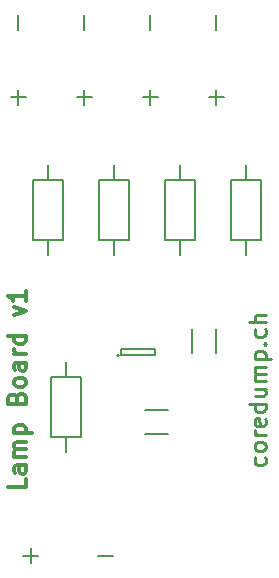
<source format=gto>
G04 #@! TF.FileFunction,Legend,Top*
%FSLAX46Y46*%
G04 Gerber Fmt 4.6, Leading zero omitted, Abs format (unit mm)*
G04 Created by KiCad (PCBNEW 4.0.2-stable) date Tue 26 Jul 2016 12:19:11 AM CEST*
%MOMM*%
G01*
G04 APERTURE LIST*
%ADD10C,0.100000*%
%ADD11C,0.250000*%
%ADD12C,0.300000*%
%ADD13C,0.150000*%
G04 APERTURE END LIST*
D10*
D11*
X175826667Y-130193335D02*
X175893333Y-130326668D01*
X175893333Y-130593335D01*
X175826667Y-130726668D01*
X175760000Y-130793335D01*
X175626667Y-130860001D01*
X175226667Y-130860001D01*
X175093333Y-130793335D01*
X175026667Y-130726668D01*
X174960000Y-130593335D01*
X174960000Y-130326668D01*
X175026667Y-130193335D01*
X175893333Y-129393335D02*
X175826667Y-129526668D01*
X175760000Y-129593335D01*
X175626667Y-129660001D01*
X175226667Y-129660001D01*
X175093333Y-129593335D01*
X175026667Y-129526668D01*
X174960000Y-129393335D01*
X174960000Y-129193335D01*
X175026667Y-129060001D01*
X175093333Y-128993335D01*
X175226667Y-128926668D01*
X175626667Y-128926668D01*
X175760000Y-128993335D01*
X175826667Y-129060001D01*
X175893333Y-129193335D01*
X175893333Y-129393335D01*
X175893333Y-128326668D02*
X174960000Y-128326668D01*
X175226667Y-128326668D02*
X175093333Y-128260001D01*
X175026667Y-128193334D01*
X174960000Y-128060001D01*
X174960000Y-127926668D01*
X175826667Y-126926667D02*
X175893333Y-127060001D01*
X175893333Y-127326667D01*
X175826667Y-127460001D01*
X175693333Y-127526667D01*
X175160000Y-127526667D01*
X175026667Y-127460001D01*
X174960000Y-127326667D01*
X174960000Y-127060001D01*
X175026667Y-126926667D01*
X175160000Y-126860001D01*
X175293333Y-126860001D01*
X175426667Y-127526667D01*
X175893333Y-125660001D02*
X174493333Y-125660001D01*
X175826667Y-125660001D02*
X175893333Y-125793334D01*
X175893333Y-126060001D01*
X175826667Y-126193334D01*
X175760000Y-126260001D01*
X175626667Y-126326667D01*
X175226667Y-126326667D01*
X175093333Y-126260001D01*
X175026667Y-126193334D01*
X174960000Y-126060001D01*
X174960000Y-125793334D01*
X175026667Y-125660001D01*
X174960000Y-124393334D02*
X175893333Y-124393334D01*
X174960000Y-124993334D02*
X175693333Y-124993334D01*
X175826667Y-124926667D01*
X175893333Y-124793334D01*
X175893333Y-124593334D01*
X175826667Y-124460000D01*
X175760000Y-124393334D01*
X175893333Y-123726667D02*
X174960000Y-123726667D01*
X175093333Y-123726667D02*
X175026667Y-123660000D01*
X174960000Y-123526667D01*
X174960000Y-123326667D01*
X175026667Y-123193333D01*
X175160000Y-123126667D01*
X175893333Y-123126667D01*
X175160000Y-123126667D02*
X175026667Y-123060000D01*
X174960000Y-122926667D01*
X174960000Y-122726667D01*
X175026667Y-122593333D01*
X175160000Y-122526667D01*
X175893333Y-122526667D01*
X174960000Y-121860000D02*
X176360000Y-121860000D01*
X175026667Y-121860000D02*
X174960000Y-121726666D01*
X174960000Y-121460000D01*
X175026667Y-121326666D01*
X175093333Y-121260000D01*
X175226667Y-121193333D01*
X175626667Y-121193333D01*
X175760000Y-121260000D01*
X175826667Y-121326666D01*
X175893333Y-121460000D01*
X175893333Y-121726666D01*
X175826667Y-121860000D01*
X175760000Y-120593333D02*
X175826667Y-120526666D01*
X175893333Y-120593333D01*
X175826667Y-120659999D01*
X175760000Y-120593333D01*
X175893333Y-120593333D01*
X175826667Y-119326666D02*
X175893333Y-119459999D01*
X175893333Y-119726666D01*
X175826667Y-119859999D01*
X175760000Y-119926666D01*
X175626667Y-119993332D01*
X175226667Y-119993332D01*
X175093333Y-119926666D01*
X175026667Y-119859999D01*
X174960000Y-119726666D01*
X174960000Y-119459999D01*
X175026667Y-119326666D01*
X175893333Y-118726666D02*
X174493333Y-118726666D01*
X175893333Y-118126666D02*
X175160000Y-118126666D01*
X175026667Y-118193332D01*
X174960000Y-118326666D01*
X174960000Y-118526666D01*
X175026667Y-118659999D01*
X175093333Y-118726666D01*
D12*
X155618571Y-132031428D02*
X155618571Y-132745714D01*
X154118571Y-132745714D01*
X155618571Y-130888571D02*
X154832857Y-130888571D01*
X154690000Y-130960000D01*
X154618571Y-131102857D01*
X154618571Y-131388571D01*
X154690000Y-131531428D01*
X155547143Y-130888571D02*
X155618571Y-131031428D01*
X155618571Y-131388571D01*
X155547143Y-131531428D01*
X155404286Y-131602857D01*
X155261429Y-131602857D01*
X155118571Y-131531428D01*
X155047143Y-131388571D01*
X155047143Y-131031428D01*
X154975714Y-130888571D01*
X155618571Y-130174285D02*
X154618571Y-130174285D01*
X154761429Y-130174285D02*
X154690000Y-130102857D01*
X154618571Y-129959999D01*
X154618571Y-129745714D01*
X154690000Y-129602857D01*
X154832857Y-129531428D01*
X155618571Y-129531428D01*
X154832857Y-129531428D02*
X154690000Y-129459999D01*
X154618571Y-129317142D01*
X154618571Y-129102857D01*
X154690000Y-128959999D01*
X154832857Y-128888571D01*
X155618571Y-128888571D01*
X154618571Y-128174285D02*
X156118571Y-128174285D01*
X154690000Y-128174285D02*
X154618571Y-128031428D01*
X154618571Y-127745714D01*
X154690000Y-127602857D01*
X154761429Y-127531428D01*
X154904286Y-127459999D01*
X155332857Y-127459999D01*
X155475714Y-127531428D01*
X155547143Y-127602857D01*
X155618571Y-127745714D01*
X155618571Y-128031428D01*
X155547143Y-128174285D01*
X154832857Y-125174285D02*
X154904286Y-124959999D01*
X154975714Y-124888571D01*
X155118571Y-124817142D01*
X155332857Y-124817142D01*
X155475714Y-124888571D01*
X155547143Y-124959999D01*
X155618571Y-125102857D01*
X155618571Y-125674285D01*
X154118571Y-125674285D01*
X154118571Y-125174285D01*
X154190000Y-125031428D01*
X154261429Y-124959999D01*
X154404286Y-124888571D01*
X154547143Y-124888571D01*
X154690000Y-124959999D01*
X154761429Y-125031428D01*
X154832857Y-125174285D01*
X154832857Y-125674285D01*
X155618571Y-123959999D02*
X155547143Y-124102857D01*
X155475714Y-124174285D01*
X155332857Y-124245714D01*
X154904286Y-124245714D01*
X154761429Y-124174285D01*
X154690000Y-124102857D01*
X154618571Y-123959999D01*
X154618571Y-123745714D01*
X154690000Y-123602857D01*
X154761429Y-123531428D01*
X154904286Y-123459999D01*
X155332857Y-123459999D01*
X155475714Y-123531428D01*
X155547143Y-123602857D01*
X155618571Y-123745714D01*
X155618571Y-123959999D01*
X155618571Y-122174285D02*
X154832857Y-122174285D01*
X154690000Y-122245714D01*
X154618571Y-122388571D01*
X154618571Y-122674285D01*
X154690000Y-122817142D01*
X155547143Y-122174285D02*
X155618571Y-122317142D01*
X155618571Y-122674285D01*
X155547143Y-122817142D01*
X155404286Y-122888571D01*
X155261429Y-122888571D01*
X155118571Y-122817142D01*
X155047143Y-122674285D01*
X155047143Y-122317142D01*
X154975714Y-122174285D01*
X155618571Y-121459999D02*
X154618571Y-121459999D01*
X154904286Y-121459999D02*
X154761429Y-121388571D01*
X154690000Y-121317142D01*
X154618571Y-121174285D01*
X154618571Y-121031428D01*
X155618571Y-119888571D02*
X154118571Y-119888571D01*
X155547143Y-119888571D02*
X155618571Y-120031428D01*
X155618571Y-120317142D01*
X155547143Y-120460000D01*
X155475714Y-120531428D01*
X155332857Y-120602857D01*
X154904286Y-120602857D01*
X154761429Y-120531428D01*
X154690000Y-120460000D01*
X154618571Y-120317142D01*
X154618571Y-120031428D01*
X154690000Y-119888571D01*
X154618571Y-118174285D02*
X155618571Y-117817142D01*
X154618571Y-117460000D01*
X155618571Y-116102857D02*
X155618571Y-116960000D01*
X155618571Y-116531428D02*
X154118571Y-116531428D01*
X154332857Y-116674285D01*
X154475714Y-116817143D01*
X154547143Y-116960000D01*
D13*
X171729000Y-121332000D02*
X171729000Y-119332000D01*
X169679000Y-119332000D02*
X169679000Y-121332000D01*
X167640000Y-126165000D02*
X165640000Y-126165000D01*
X165640000Y-128215000D02*
X167640000Y-128215000D01*
X160290000Y-123380000D02*
X160290000Y-128460000D01*
X160290000Y-128460000D02*
X157750000Y-128460000D01*
X157750000Y-128460000D02*
X157750000Y-123380000D01*
X157750000Y-123380000D02*
X160290000Y-123380000D01*
X159020000Y-123380000D02*
X159020000Y-122110000D01*
X159020000Y-128460000D02*
X159020000Y-129730000D01*
X175514000Y-106680000D02*
X175514000Y-111760000D01*
X175514000Y-111760000D02*
X172974000Y-111760000D01*
X172974000Y-111760000D02*
X172974000Y-106680000D01*
X172974000Y-106680000D02*
X175514000Y-106680000D01*
X174244000Y-106680000D02*
X174244000Y-105410000D01*
X174244000Y-111760000D02*
X174244000Y-113030000D01*
X158750000Y-106680000D02*
X158750000Y-111760000D01*
X158750000Y-111760000D02*
X156210000Y-111760000D01*
X156210000Y-111760000D02*
X156210000Y-106680000D01*
X156210000Y-106680000D02*
X158750000Y-106680000D01*
X157480000Y-106680000D02*
X157480000Y-105410000D01*
X157480000Y-111760000D02*
X157480000Y-113030000D01*
X164338000Y-106680000D02*
X164338000Y-111760000D01*
X164338000Y-111760000D02*
X161798000Y-111760000D01*
X161798000Y-111760000D02*
X161798000Y-106680000D01*
X161798000Y-106680000D02*
X164338000Y-106680000D01*
X163068000Y-106680000D02*
X163068000Y-105410000D01*
X163068000Y-111760000D02*
X163068000Y-113030000D01*
X169926000Y-106680000D02*
X169926000Y-111760000D01*
X169926000Y-111760000D02*
X167386000Y-111760000D01*
X167386000Y-111760000D02*
X167386000Y-106680000D01*
X167386000Y-106680000D02*
X169926000Y-106680000D01*
X168656000Y-106680000D02*
X168656000Y-105410000D01*
X168656000Y-111760000D02*
X168656000Y-113030000D01*
X163500000Y-121600000D02*
G75*
G03X163500000Y-121600000I-100000J0D01*
G01*
X163650000Y-121050000D02*
X163650000Y-121550000D01*
X166550000Y-121050000D02*
X163650000Y-121050000D01*
X166550000Y-121550000D02*
X166550000Y-121050000D01*
X163650000Y-121550000D02*
X166550000Y-121550000D01*
X166751000Y-99695000D02*
X165481000Y-99695000D01*
X166116000Y-99060000D02*
X166116000Y-100330000D01*
X166116000Y-92710000D02*
X166116000Y-93980000D01*
X161163000Y-99695000D02*
X159893000Y-99695000D01*
X160528000Y-99060000D02*
X160528000Y-100330000D01*
X160528000Y-92710000D02*
X160528000Y-93980000D01*
X155575000Y-99695000D02*
X154305000Y-99695000D01*
X154940000Y-99060000D02*
X154940000Y-100330000D01*
X154940000Y-92710000D02*
X154940000Y-93980000D01*
X172339000Y-99695000D02*
X171069000Y-99695000D01*
X171704000Y-99060000D02*
X171704000Y-100330000D01*
X171704000Y-92710000D02*
X171704000Y-93980000D01*
X161715000Y-138540000D02*
X162985000Y-138540000D01*
X155365000Y-138540000D02*
X156635000Y-138540000D01*
X156000000Y-137905000D02*
X156000000Y-139175000D01*
M02*

</source>
